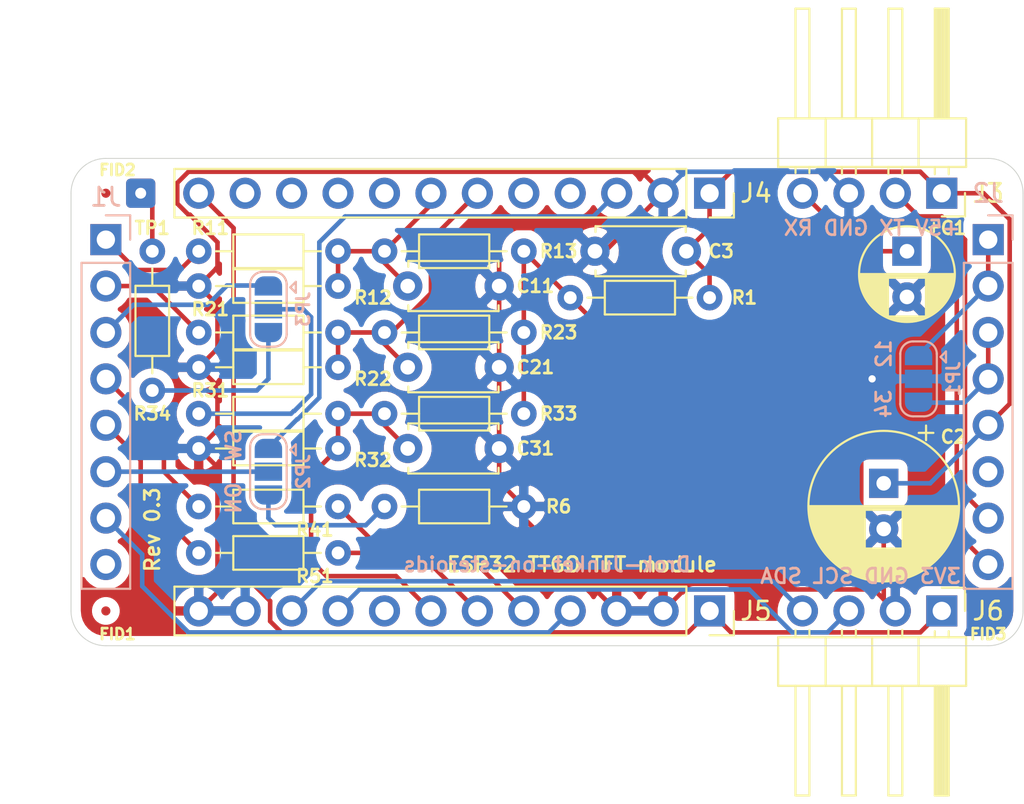
<source format=kicad_pcb>
(kicad_pcb (version 20171130) (host pcbnew "(5.1.6-0-10_14)")
  (title_block (title Drok/Junket-on-steroids) (date 2021-03-19) (rev 0.3))
  (layers (0 F.Cu signal) (31 B.Cu signal) (34 B.Paste user) (35 F.Paste user) (36 B.SilkS user) (37 F.SilkS user) (38 B.Mask user) (39 F.Mask user) (44 Edge.Cuts user))
  (net 0 "")
  (net 1 /ADC_pullup)
  (net 2 VCC)
  (net 3 /ADC4)
  (net 4 /ADC5)
  (net 5 /ADC12)
  (net 6 "Net-(J1-Pad8)")
  (net 7 /Vout_set)
  (net 8 /Iout_set)
  (net 9 /Vin_sense)
  (net 10 /Vout_sense)
  (net 11 /Iout_sense)
  (net 12 /RX)
  (net 13 /TX)
  (net 14 "Net-(J2-Pad6)")
  (net 15 +3V3)
  (net 16 "Net-(J4-Pad11)")
  (net 17 "Net-(J4-Pad10)")
  (net 18 "Net-(J4-Pad9)")
  (net 19 "Net-(J4-Pad8)")
  (net 20 "Net-(J4-Pad5)")
  (net 21 "Net-(J4-Pad4)")
  (net 22 /GPIO15)
  (net 23 /Vin)
  (net 24 GNDD)
  (net 25 /GND)
  (net 26 GNDA)
  (net 27 /FAN)
  (net 28 /!ON)
  (net 29 /GPIO27)
  (net 30 /SDA)
  (net 31 /SCL)
  (net 32 "Net-(J5-Pad8)")
  (net 33 /GPIO13)
  (net 34 "Net-(JP2-Pad3)")
  (net 35 "Net-(JP3-Pad2)")
  (net 36 "Net-(JP3-Pad3)")
  (module Connector_Wire:SolderWire-0.1sqmm_1x01_D0.4mm_OD1mm (layer F.Cu) (at 105.41 65.405)
    (fp_text reference TP1 (at 0.635 1.905) (layer F.SilkS) (effects (font (size 0.7 0.7))))
    (fp_text value Vin_sense)
    (pad 1 thru_hole roundrect (at 0 0) (size 1.6 1.6) (drill 0.6) (layers *.Cu *.Mask) (roundrect_rratio 0.15625) (net 23 /Vin))
  )
  (module Jumper:SolderJumper-3_P1.3mm_Open_RoundedPad1.0x1.5mm (layer B.Cu) (at 112.395 71.755 270)
    (fp_text reference JP3 (at 0 -1.905 270) (layer B.SilkS) (effects (font (size 0.7 0.7)) (justify mirror)))
    (fp_text value Vin_sense)
    (pad 2 smd rect (at 0 0 270) (size 1 1.5) (layers B.Cu B.Mask) (net 35 "Net-(JP3-Pad2)"))
    (pad 3 smd custom (at 1.3 0 270) (size 1 0.5) (layers B.Cu B.Mask) (net 36 "Net-(JP3-Pad3)") (options (clearance outline) (anchor rect)) (primitives (gr_circle (center 0 -0.25) (end 0.5 -0.25) (width 0)) (gr_circle (center 0 0.25) (end 0.5 0.25) (width 0)) (gr_poly (pts (xy -0.55 0.75) (xy 0 0.75) (xy 0 -0.75) (xy -0.55 -0.75)) (width 0))))
    (pad 1 smd custom (at -1.3 0 270) (size 1 0.5) (layers B.Cu B.Mask) (net 9 /Vin_sense) (options (clearance outline) (anchor rect)) (primitives (gr_circle (center 0 -0.25) (end 0.5 -0.25) (width 0)) (gr_circle (center 0 0.25) (end 0.5 0.25) (width 0)) (gr_poly (pts (xy 0.55 0.75) (xy 0 0.75) (xy 0 -0.75) (xy 0.55 -0.75)) (width 0))))
  )
  (module Connector_PinHeader_2.54mm:PinHeader_1x04_P2.54mm_Horizontal (layer F.Cu) (at 141.605 65.405 90)
    (fp_text reference J3 (at 0 10.16) (layer F.SilkS))
    (fp_text value Serial)
    (pad 1 thru_hole rect (at 0 7.62 90) (size 1.7 1.7) (drill 1) (layers *.Cu *.Mask) (net 2 VCC))
    (pad 2 thru_hole oval (at 0 5.08 90) (size 1.7 1.7) (drill 1) (layers *.Cu *.Mask) (net 13 /TX))
    (pad 3 thru_hole oval (at 0 2.54 90) (size 1.7 1.7) (drill 1) (layers *.Cu *.Mask) (net 25 /GND))
    (pad 4 thru_hole oval (at 0 0 90) (size 1.7 1.7) (drill 1) (layers *.Cu *.Mask) (net 12 /RX))
  )
  (module Connector_PinHeader_2.54mm:PinHeader_1x04_P2.54mm_Horizontal (layer F.Cu) (at 149.225 88.265 270)
    (fp_text reference J6 (at 0 -2.54 180) (layer F.SilkS))
    (fp_text value I2C)
    (pad 4 thru_hole oval (at 0 7.62 270) (size 1.7 1.7) (drill 1) (layers *.Cu *.Mask) (net 30 /SDA))
    (pad 3 thru_hole oval (at 0 5.08 270) (size 1.7 1.7) (drill 1) (layers *.Cu *.Mask) (net 31 /SCL))
    (pad 2 thru_hole oval (at 0 2.54 270) (size 1.7 1.7) (drill 1) (layers *.Cu *.Mask) (net 25 /GND))
    (pad 1 thru_hole rect (at 0 0 270) (size 1.7 1.7) (drill 1) (layers *.Cu *.Mask) (net 15 +3V3))
  )
  (module Resistor_THT:R_Axial_DIN0204_L3.6mm_D1.6mm_P7.62mm_Horizontal (layer F.Cu) (at 118.745 82.55)
    (fp_text reference R6 (at 9.525 0) (layer F.SilkS) (effects (font (size 0.7 0.7))))
    (fp_text value 2k2)
    (pad 2 thru_hole oval (at 7.62 0) (size 1.4 1.4) (drill 0.7) (layers *.Cu *.Mask) (net 25 /GND))
    (pad 1 thru_hole circle (at 0 0) (size 1.4 1.4) (drill 0.7) (layers *.Cu *.Mask) (net 34 "Net-(JP2-Pad3)"))
  )
  (module Jumper:SolderJumper-3_P1.3mm_Open_RoundedPad1.0x1.5mm (layer B.Cu) (at 112.395 80.645 270)
    (fp_text reference JP2 (at 0 -1.905 270) (layer B.SilkS) (effects (font (size 0.7 0.7)) (justify mirror)))
    (fp_text value ON/SW)
    (pad 2 smd rect (at 0 0 270) (size 1 1.5) (layers B.Cu B.Mask) (net 28 /!ON))
    (pad 3 smd custom (at 1.3 0 270) (size 1 0.5) (layers B.Cu B.Mask) (net 34 "Net-(JP2-Pad3)") (options (clearance outline) (anchor rect)) (primitives (gr_circle (center 0 -0.25) (end 0.5 -0.25) (width 0)) (gr_circle (center 0 0.25) (end 0.5 0.25) (width 0)) (gr_poly (pts (xy -0.55 0.75) (xy 0 0.75) (xy 0 -0.75) (xy -0.55 -0.75)) (width 0))))
    (pad 1 smd custom (at -1.3 0 270) (size 1 0.5) (layers B.Cu B.Mask) (net 29 /GPIO27) (options (clearance outline) (anchor rect)) (primitives (gr_circle (center 0 -0.25) (end 0.5 -0.25) (width 0)) (gr_circle (center 0 0.25) (end 0.5 0.25) (width 0)) (gr_poly (pts (xy 0.55 0.75) (xy 0 0.75) (xy 0 -0.75) (xy 0.55 -0.75)) (width 0))))
  )
  (module Fiducial:Fiducial_0.5mm_Mask1mm (layer F.Cu) (at 151.765 88.265)
    (fp_text reference FID3 (at 0 1.27) (layer F.SilkS) (effects (font (size 0.6 0.6))))
    (fp_text value Fiducial)
    (pad "" smd circle (at 0 0) (size 0.5 0.5) (layers F.Cu F.Mask) (clearance 0.25))
  )
  (module Fiducial:Fiducial_0.5mm_Mask1mm (layer F.Cu) (at 103.505 65.405)
    (fp_text reference FID2 (at 0.635 -1.27) (layer F.SilkS) (effects (font (size 0.6 0.6))))
    (fp_text value Fiducial)
    (pad "" smd circle (at 0 0) (size 0.5 0.5) (layers F.Cu F.Mask) (clearance 0.25))
  )
  (module Fiducial:Fiducial_0.5mm_Mask1mm (layer F.Cu) (at 103.505 88.265)
    (fp_text reference FID1 (at 0.635 1.27) (layer F.SilkS) (effects (font (size 0.6 0.6))))
    (fp_text value Fiducial)
    (pad "" smd circle (at 0 0) (size 0.5 0.5) (layers F.Cu F.Mask) (clearance 0.25))
  )
  (module Jumper:SolderJumper-3_P1.3mm_Open_RoundedPad1.0x1.5mm (layer B.Cu) (at 147.955 75.565 270)
    (fp_text reference JP1 (at 0 -1.905 90) (layer B.SilkS) (effects (font (size 0.7 0.7)) (justify mirror)))
    (fp_text value GND/D)
    (pad 2 smd rect (at 0 0 270) (size 1 1.5) (layers B.Cu B.Mask) (net 25 /GND))
    (pad 3 smd custom (at 1.3 0 270) (size 1 0.5) (layers B.Cu B.Mask) (net 24 GNDD) (options (clearance outline) (anchor rect)) (primitives (gr_circle (center 0 -0.25) (end 0.5 -0.25) (width 0)) (gr_circle (center 0 0.25) (end 0.5 0.25) (width 0)) (gr_poly (pts (xy -0.55 0.75) (xy 0 0.75) (xy 0 -0.75) (xy -0.55 -0.75)) (width 0))))
    (pad 1 smd custom (at -1.3 0 270) (size 1 0.5) (layers B.Cu B.Mask) (net 26 GNDA) (options (clearance outline) (anchor rect)) (primitives (gr_circle (center 0 -0.25) (end 0.5 -0.25) (width 0)) (gr_circle (center 0 0.25) (end 0.5 0.25) (width 0)) (gr_poly (pts (xy 0.55 0.75) (xy 0 0.75) (xy 0 -0.75) (xy 0.55 -0.75)) (width 0))))
  )
  (module Capacitor_THT:C_Disc_D4.7mm_W2.5mm_P5.00mm (layer F.Cu) (at 120.015 79.375)
    (fp_text reference C31 (at 6.985 0) (layer F.SilkS) (effects (font (size 0.7 0.7))))
    (fp_text value 0.1µ)
    (pad 2 thru_hole circle (at 5 0) (size 1.6 1.6) (drill 0.8) (layers *.Cu *.Mask) (net 25 /GND))
    (pad 1 thru_hole circle (at 0 0) (size 1.6 1.6) (drill 0.8) (layers *.Cu *.Mask) (net 5 /ADC12))
  )
  (module Capacitor_THT:C_Disc_D4.7mm_W2.5mm_P5.00mm (layer F.Cu) (at 120.015 74.93)
    (fp_text reference C21 (at 6.985 0) (layer F.SilkS) (effects (font (size 0.7 0.7))))
    (fp_text value 0.1µ)
    (pad 2 thru_hole circle (at 5 0) (size 1.6 1.6) (drill 0.8) (layers *.Cu *.Mask) (net 25 /GND))
    (pad 1 thru_hole circle (at 0 0) (size 1.6 1.6) (drill 0.8) (layers *.Cu *.Mask) (net 4 /ADC5))
  )
  (module Capacitor_THT:C_Disc_D4.7mm_W2.5mm_P5.00mm (layer F.Cu) (at 120.015 70.485)
    (fp_text reference C11 (at 6.985 0) (layer F.SilkS) (effects (font (size 0.7 0.7))))
    (fp_text value 0.1µ)
    (pad 2 thru_hole circle (at 5 0) (size 1.6 1.6) (drill 0.8) (layers *.Cu *.Mask) (net 25 /GND))
    (pad 1 thru_hole circle (at 0 0) (size 1.6 1.6) (drill 0.8) (layers *.Cu *.Mask) (net 3 /ADC4))
  )
  (module Capacitor_THT:C_Disc_D4.7mm_W2.5mm_P5.00mm (layer F.Cu) (at 135.255 68.58 180)
    (fp_text reference C3 (at -1.905 0) (layer F.SilkS) (effects (font (size 0.7 0.7))))
    (fp_text value 0.1µ)
    (pad 2 thru_hole circle (at 5 0 180) (size 1.6 1.6) (drill 0.8) (layers *.Cu *.Mask) (net 25 /GND))
    (pad 1 thru_hole circle (at 0 0 180) (size 1.6 1.6) (drill 0.8) (layers *.Cu *.Mask) (net 2 VCC))
  )
  (module Resistor_THT:R_Axial_DIN0204_L3.6mm_D1.6mm_P7.62mm_Horizontal (layer F.Cu) (at 108.585 85.09)
    (fp_text reference R51 (at 6.35 1.27) (layer F.SilkS) (effects (font (size 0.7 0.7))))
    (fp_text value 68k)
    (pad 2 thru_hole oval (at 7.62 0) (size 1.4 1.4) (drill 0.7) (layers *.Cu *.Mask) (net 22 /GPIO15))
    (pad 1 thru_hole circle (at 0 0) (size 1.4 1.4) (drill 0.7) (layers *.Cu *.Mask) (net 7 /Vout_set))
  )
  (module Resistor_THT:R_Axial_DIN0204_L3.6mm_D1.6mm_P7.62mm_Horizontal (layer F.Cu) (at 108.585 82.55)
    (fp_text reference R41 (at 6.35 1.27 180) (layer F.SilkS) (effects (font (size 0.7 0.7))))
    (fp_text value 68k)
    (pad 2 thru_hole oval (at 7.62 0) (size 1.4 1.4) (drill 0.7) (layers *.Cu *.Mask) (net 33 /GPIO13))
    (pad 1 thru_hole circle (at 0 0) (size 1.4 1.4) (drill 0.7) (layers *.Cu *.Mask) (net 8 /Iout_set))
  )
  (module Resistor_THT:R_Axial_DIN0204_L3.6mm_D1.6mm_P7.62mm_Horizontal (layer F.Cu) (at 126.365 77.47 180)
    (fp_text reference R33 (at -1.905 0) (layer F.SilkS) (effects (font (size 0.7 0.7))))
    (fp_text value 5M6)
    (pad 2 thru_hole oval (at 7.62 0 180) (size 1.4 1.4) (drill 0.7) (layers *.Cu *.Mask) (net 5 /ADC12))
    (pad 1 thru_hole circle (at 0 0 180) (size 1.4 1.4) (drill 0.7) (layers *.Cu *.Mask) (net 1 /ADC_pullup))
  )
  (module Resistor_THT:R_Axial_DIN0204_L3.6mm_D1.6mm_P7.62mm_Horizontal (layer F.Cu) (at 116.205 79.375 180)
    (fp_text reference R32 (at -1.905 -0.635) (layer F.SilkS) (effects (font (size 0.7 0.7))))
    (fp_text value 100k)
    (pad 2 thru_hole oval (at 7.62 0 180) (size 1.4 1.4) (drill 0.7) (layers *.Cu *.Mask) (net 25 /GND))
    (pad 1 thru_hole circle (at 0 0 180) (size 1.4 1.4) (drill 0.7) (layers *.Cu *.Mask) (net 5 /ADC12))
  )
  (module Resistor_THT:R_Axial_DIN0204_L3.6mm_D1.6mm_P7.62mm_Horizontal (layer F.Cu) (at 116.205 77.47 180)
    (fp_text reference R31 (at 6.985 1.27) (layer F.SilkS) (effects (font (size 0.7 0.7))))
    (fp_text value 180k)
    (pad 2 thru_hole oval (at 7.62 0 180) (size 1.4 1.4) (drill 0.7) (layers *.Cu *.Mask) (net 35 "Net-(JP3-Pad2)"))
    (pad 1 thru_hole circle (at 0 0 180) (size 1.4 1.4) (drill 0.7) (layers *.Cu *.Mask) (net 5 /ADC12))
  )
  (module Resistor_THT:R_Axial_DIN0204_L3.6mm_D1.6mm_P7.62mm_Horizontal (layer F.Cu) (at 126.365 73.025 180)
    (fp_text reference R23 (at -1.905 0) (layer F.SilkS) (effects (font (size 0.7 0.7))))
    (fp_text value 5M6)
    (pad 2 thru_hole oval (at 7.62 0 180) (size 1.4 1.4) (drill 0.7) (layers *.Cu *.Mask) (net 4 /ADC5))
    (pad 1 thru_hole circle (at 0 0 180) (size 1.4 1.4) (drill 0.7) (layers *.Cu *.Mask) (net 1 /ADC_pullup))
  )
  (module Resistor_THT:R_Axial_DIN0204_L3.6mm_D1.6mm_P7.62mm_Horizontal (layer F.Cu) (at 116.205 74.93 180)
    (fp_text reference R22 (at -1.905 -0.635) (layer F.SilkS) (effects (font (size 0.7 0.7))))
    (fp_text value 100k)
    (pad 2 thru_hole oval (at 7.62 0 180) (size 1.4 1.4) (drill 0.7) (layers *.Cu *.Mask) (net 25 /GND))
    (pad 1 thru_hole circle (at 0 0 180) (size 1.4 1.4) (drill 0.7) (layers *.Cu *.Mask) (net 4 /ADC5))
  )
  (module Resistor_THT:R_Axial_DIN0204_L3.6mm_D1.6mm_P7.62mm_Horizontal (layer F.Cu) (at 116.205 73.025 180)
    (fp_text reference R21 (at 6.985 1.27) (layer F.SilkS) (effects (font (size 0.7 0.7))))
    (fp_text value 180k)
    (pad 2 thru_hole oval (at 7.62 0 180) (size 1.4 1.4) (drill 0.7) (layers *.Cu *.Mask) (net 10 /Vout_sense))
    (pad 1 thru_hole circle (at 0 0 180) (size 1.4 1.4) (drill 0.7) (layers *.Cu *.Mask) (net 4 /ADC5))
  )
  (module Resistor_THT:R_Axial_DIN0204_L3.6mm_D1.6mm_P7.62mm_Horizontal (layer F.Cu) (at 126.365 68.58 180)
    (fp_text reference R13 (at -1.905 0) (layer F.SilkS) (effects (font (size 0.7 0.7))))
    (fp_text value 5M6)
    (pad 2 thru_hole oval (at 7.62 0 180) (size 1.4 1.4) (drill 0.7) (layers *.Cu *.Mask) (net 3 /ADC4))
    (pad 1 thru_hole circle (at 0 0 180) (size 1.4 1.4) (drill 0.7) (layers *.Cu *.Mask) (net 1 /ADC_pullup))
  )
  (module Resistor_THT:R_Axial_DIN0204_L3.6mm_D1.6mm_P7.62mm_Horizontal (layer F.Cu) (at 116.205 70.485 180)
    (fp_text reference R12 (at -1.905 -0.635) (layer F.SilkS) (effects (font (size 0.7 0.7))))
    (fp_text value 100k)
    (pad 2 thru_hole oval (at 7.62 0 180) (size 1.4 1.4) (drill 0.7) (layers *.Cu *.Mask) (net 25 /GND))
    (pad 1 thru_hole circle (at 0 0 180) (size 1.4 1.4) (drill 0.7) (layers *.Cu *.Mask) (net 3 /ADC4))
  )
  (module Resistor_THT:R_Axial_DIN0204_L3.6mm_D1.6mm_P7.62mm_Horizontal (layer F.Cu) (at 116.205 68.58 180)
    (fp_text reference R11 (at 6.985 1.27) (layer F.SilkS) (effects (font (size 0.7 0.7))))
    (fp_text value 180k)
    (pad 2 thru_hole oval (at 7.62 0 180) (size 1.4 1.4) (drill 0.7) (layers *.Cu *.Mask) (net 11 /Iout_sense))
    (pad 1 thru_hole circle (at 0 0 180) (size 1.4 1.4) (drill 0.7) (layers *.Cu *.Mask) (net 3 /ADC4))
  )
  (module Resistor_THT:R_Axial_DIN0204_L3.6mm_D1.6mm_P7.62mm_Horizontal (layer F.Cu) (at 106.045 68.58 270)
    (fp_text reference R34 (at 8.89 0 180) (layer F.SilkS) (effects (font (size 0.7 0.7))))
    (fp_text value 3M8)
    (pad 2 thru_hole oval (at 7.62 0 270) (size 1.4 1.4) (drill 0.7) (layers *.Cu *.Mask) (net 36 "Net-(JP3-Pad3)"))
    (pad 1 thru_hole circle (at 0 0 270) (size 1.4 1.4) (drill 0.7) (layers *.Cu *.Mask) (net 23 /Vin))
  )
  (module Resistor_THT:R_Axial_DIN0204_L3.6mm_D1.6mm_P7.62mm_Horizontal (layer F.Cu) (at 136.525 71.12 180)
    (fp_text reference R1 (at -1.905 0) (layer F.SilkS) (effects (font (size 0.7 0.7))))
    (fp_text value 560Ω)
    (pad 2 thru_hole oval (at 7.62 0 180) (size 1.4 1.4) (drill 0.7) (layers *.Cu *.Mask) (net 1 /ADC_pullup))
    (pad 1 thru_hole circle (at 0 0 180) (size 1.4 1.4) (drill 0.7) (layers *.Cu *.Mask) (net 2 VCC))
  )
  (module Connector_PinSocket_2.54mm:PinSocket_1x12_P2.54mm_Vertical (layer F.Cu) (at 136.525 88.265 270)
    (fp_text reference J5 (at 0 -2.54 180) (layer F.SilkS))
    (fp_text value ESP32-TFT)
    (pad 12 thru_hole oval (at 0 27.94 270) (size 1.7 1.7) (drill 1) (layers *.Cu *.Mask) (net 25 /GND))
    (pad 11 thru_hole oval (at 0 25.4 270) (size 1.7 1.7) (drill 1) (layers *.Cu *.Mask) (net 25 /GND))
    (pad 10 thru_hole oval (at 0 22.86 270) (size 1.7 1.7) (drill 1) (layers *.Cu *.Mask) (net 30 /SDA))
    (pad 9 thru_hole oval (at 0 20.32 270) (size 1.7 1.7) (drill 1) (layers *.Cu *.Mask) (net 31 /SCL))
    (pad 8 thru_hole oval (at 0 17.78 270) (size 1.7 1.7) (drill 1) (layers *.Cu *.Mask) (net 32 "Net-(J5-Pad8)"))
    (pad 7 thru_hole oval (at 0 15.24 270) (size 1.7 1.7) (drill 1) (layers *.Cu *.Mask) (net 5 /ADC12))
    (pad 6 thru_hole oval (at 0 12.7 270) (size 1.7 1.7) (drill 1) (layers *.Cu *.Mask) (net 22 /GPIO15))
    (pad 5 thru_hole oval (at 0 10.16 270) (size 1.7 1.7) (drill 1) (layers *.Cu *.Mask) (net 33 /GPIO13))
    (pad 4 thru_hole oval (at 0 7.62 270) (size 1.7 1.7) (drill 1) (layers *.Cu *.Mask) (net 27 /FAN))
    (pad 3 thru_hole oval (at 0 5.08 270) (size 1.7 1.7) (drill 1) (layers *.Cu *.Mask) (net 25 /GND))
    (pad 2 thru_hole oval (at 0 2.54 270) (size 1.7 1.7) (drill 1) (layers *.Cu *.Mask) (net 25 /GND))
    (pad 1 thru_hole rect (at 0 0 270) (size 1.7 1.7) (drill 1) (layers *.Cu *.Mask) (net 15 +3V3))
  )
  (module Connector_PinSocket_2.54mm:PinSocket_1x12_P2.54mm_Vertical (layer F.Cu) (at 136.525 65.405 270)
    (fp_text reference J4 (at 0 -2.54 180) (layer F.SilkS))
    (fp_text value ESP32-TFT)
    (pad 12 thru_hole oval (at 0 27.94 270) (size 1.7 1.7) (drill 1) (layers *.Cu *.Mask) (net 15 +3V3))
    (pad 11 thru_hole oval (at 0 25.4 270) (size 1.7 1.7) (drill 1) (layers *.Cu *.Mask) (net 16 "Net-(J4-Pad11)"))
    (pad 10 thru_hole oval (at 0 22.86 270) (size 1.7 1.7) (drill 1) (layers *.Cu *.Mask) (net 17 "Net-(J4-Pad10)"))
    (pad 9 thru_hole oval (at 0 20.32 270) (size 1.7 1.7) (drill 1) (layers *.Cu *.Mask) (net 18 "Net-(J4-Pad9)"))
    (pad 8 thru_hole oval (at 0 17.78 270) (size 1.7 1.7) (drill 1) (layers *.Cu *.Mask) (net 19 "Net-(J4-Pad8)"))
    (pad 7 thru_hole oval (at 0 15.24 270) (size 1.7 1.7) (drill 1) (layers *.Cu *.Mask) (net 3 /ADC4))
    (pad 6 thru_hole oval (at 0 12.7 270) (size 1.7 1.7) (drill 1) (layers *.Cu *.Mask) (net 4 /ADC5))
    (pad 5 thru_hole oval (at 0 10.16 270) (size 1.7 1.7) (drill 1) (layers *.Cu *.Mask) (net 20 "Net-(J4-Pad5)"))
    (pad 4 thru_hole oval (at 0 7.62 270) (size 1.7 1.7) (drill 1) (layers *.Cu *.Mask) (net 21 "Net-(J4-Pad4)"))
    (pad 3 thru_hole oval (at 0 5.08 270) (size 1.7 1.7) (drill 1) (layers *.Cu *.Mask) (net 29 /GPIO27))
    (pad 2 thru_hole oval (at 0 2.54 270) (size 1.7 1.7) (drill 1) (layers *.Cu *.Mask) (net 25 /GND))
    (pad 1 thru_hole rect (at 0 0 270) (size 1.7 1.7) (drill 1) (layers *.Cu *.Mask) (net 2 VCC))
  )
  (module Connector_PinHeader_2.54mm:PinHeader_1x08_P2.54mm_Vertical (layer B.Cu) (at 151.765 67.945 180)
    (fp_text reference J2 (at 0 2.54) (layer B.SilkS) (effects (justify mirror)))
    (fp_text value "To PSU host board")
    (pad 8 thru_hole oval (at 0 -17.78 180) (size 1.7 1.7) (drill 1) (layers *.Cu *.Mask) (net 12 /RX))
    (pad 7 thru_hole oval (at 0 -15.24 180) (size 1.7 1.7) (drill 1) (layers *.Cu *.Mask) (net 13 /TX))
    (pad 6 thru_hole oval (at 0 -12.7 180) (size 1.7 1.7) (drill 1) (layers *.Cu *.Mask) (net 14 "Net-(J2-Pad6)"))
    (pad 5 thru_hole oval (at 0 -10.16 180) (size 1.7 1.7) (drill 1) (layers *.Cu *.Mask) (net 2 VCC))
    (pad 4 thru_hole oval (at 0 -7.62 180) (size 1.7 1.7) (drill 1) (layers *.Cu *.Mask) (net 24 GNDD))
    (pad 3 thru_hole oval (at 0 -5.08 180) (size 1.7 1.7) (drill 1) (layers *.Cu *.Mask) (net 24 GNDD))
    (pad 2 thru_hole oval (at 0 -2.54 180) (size 1.7 1.7) (drill 1) (layers *.Cu *.Mask) (net 26 GNDA))
    (pad 1 thru_hole rect (at 0 0 180) (size 1.7 1.7) (drill 1) (layers *.Cu *.Mask) (net 26 GNDA))
  )
  (module Connector_PinHeader_2.54mm:PinHeader_1x08_P2.54mm_Vertical (layer B.Cu) (at 103.505 67.945 180)
    (fp_text reference J1 (at 0 2.33) (layer B.SilkS) (effects (justify mirror)))
    (fp_text value "To PSU host board")
    (pad 8 thru_hole oval (at 0 -17.78 180) (size 1.7 1.7) (drill 1) (layers *.Cu *.Mask) (net 6 "Net-(J1-Pad8)"))
    (pad 7 thru_hole oval (at 0 -15.24 180) (size 1.7 1.7) (drill 1) (layers *.Cu *.Mask) (net 27 /FAN))
    (pad 6 thru_hole oval (at 0 -12.7 180) (size 1.7 1.7) (drill 1) (layers *.Cu *.Mask) (net 28 /!ON))
    (pad 5 thru_hole oval (at 0 -10.16 180) (size 1.7 1.7) (drill 1) (layers *.Cu *.Mask) (net 7 /Vout_set))
    (pad 4 thru_hole oval (at 0 -7.62 180) (size 1.7 1.7) (drill 1) (layers *.Cu *.Mask) (net 8 /Iout_set))
    (pad 3 thru_hole oval (at 0 -5.08 180) (size 1.7 1.7) (drill 1) (layers *.Cu *.Mask) (net 9 /Vin_sense))
    (pad 2 thru_hole oval (at 0 -2.54 180) (size 1.7 1.7) (drill 1) (layers *.Cu *.Mask) (net 10 /Vout_sense))
    (pad 1 thru_hole rect (at 0 0 180) (size 1.7 1.7) (drill 1) (layers *.Cu *.Mask) (net 11 /Iout_sense))
  )
  (module Capacitor_THT:CP_Radial_D8.0mm_P2.50mm (layer F.Cu) (at 146.05 81.28 270)
    (fp_text reference C2 (at -2.54 -3.81 180) (layer F.SilkS) (effects (font (size 0.7 0.7))))
    (fp_text value 300µ)
    (pad 2 thru_hole circle (at 2.5 0 270) (size 1.6 1.6) (drill 0.8) (layers *.Cu *.Mask) (net 25 /GND))
    (pad 1 thru_hole rect (at 0 0 270) (size 1.6 1.6) (drill 0.8) (layers *.Cu *.Mask) (net 2 VCC))
  )
  (module Capacitor_THT:CP_Radial_D5.0mm_P2.50mm (layer F.Cu) (at 147.32 68.58 270)
    (fp_text reference C1 (at -1.27 -2.54 180) (layer F.SilkS) (effects (font (size 0.7 0.7))))
    (fp_text value 47µ)
    (pad 2 thru_hole circle (at 2.5 0 270) (size 1.6 1.6) (drill 0.8) (layers *.Cu *.Mask) (net 25 /GND))
    (pad 1 thru_hole rect (at 0 0 270) (size 1.6 1.6) (drill 0.8) (layers *.Cu *.Mask) (net 1 /ADC_pullup))
  )
  (gr_text "12  34" (at 146.05 75.565 90) (layer B.SilkS) (effects (font (size 0.8 0.8)) (justify mirror)))
  (gr_text "SW  ON" (at 110.49 80.645 90) (layer B.SilkS) (effects (font (size 0.8 0.8)) (justify mirror)))
  (gr_text "3V3 GND SCL SDA" (at 144.78 86.36) (layer B.SilkS) (effects (font (size 0.8 0.8)) (justify mirror)))
  (gr_text "+5V TX GND RX" (at 145.415 67.31) (layer B.SilkS) (effects (font (size 0.8 0.8)) (justify mirror)))
  (gr_text "ESP32 TTGO TFT module" (at 129.54 85.725) (layer F.SilkS) (effects (font (size 0.8 0.8))))
  (gr_text Drok-Junket-on-steroids (at 127.635 85.725) (layer B.SilkS) (effects (font (size 0.8 0.8)) (justify mirror)))
  (gr_text "Rev 0.3" (at 106.045 83.82 90) (layer F.SilkS) (effects (font (size 0.8 0.8))))
  (gr_arc (start 103.505 65.405) (end 103.505 63.5) (angle -90) (layer Edge.Cuts) (width 0.05))
  (gr_arc (start 103.505 88.265) (end 101.6 88.265) (angle -90) (layer Edge.Cuts) (width 0.05))
  (gr_arc (start 151.765 88.265) (end 151.765 90.17) (angle -90) (layer Edge.Cuts) (width 0.05))
  (gr_arc (start 151.765 65.405) (end 153.67 65.405) (angle -90) (layer Edge.Cuts) (width 0.05))
  (gr_line (start 153.67 88.265) (end 153.67 65.405) (layer Edge.Cuts) (width 0.05))
  (gr_line (start 103.505 90.17) (end 151.765 90.17) (layer Edge.Cuts) (width 0.05))
  (gr_line (start 101.6 65.405) (end 101.6 88.265) (layer Edge.Cuts) (width 0.05))
  (gr_line (start 151.765 63.5) (end 103.505 63.5) (layer Edge.Cuts) (width 0.05))
  (segment (start 126.365 73.025) (end 126.365 77.47) (width 0.25) (layer F.Cu) (net 1))
  (segment (start 126.365 73.025) (end 126.365 68.58) (width 0.25) (layer F.Cu) (net 1))
  (segment (start 128.905 71.12) (end 126.365 68.58) (width 0.25) (layer F.Cu) (net 1))
  (segment (start 130.380011 72.595011) (end 138.224989 72.595011) (width 0.25) (layer F.Cu) (net 1))
  (segment (start 128.905 71.12) (end 130.380011 72.595011) (width 0.25) (layer F.Cu) (net 1))
  (segment (start 138.224989 72.595011) (end 142.24 68.58) (width 0.25) (layer F.Cu) (net 1))
  (segment (start 142.24 68.58) (end 147.32 68.58) (width 0.25) (layer F.Cu) (net 1))
  (segment (start 152.940001 66.834999) (end 152.940001 76.929999) (width 0.25) (layer F.Cu) (net 2))
  (segment (start 151.510002 65.405) (end 152.940001 66.834999) (width 0.25) (layer F.Cu) (net 2))
  (segment (start 152.940001 76.929999) (end 151.765 78.105) (width 0.25) (layer F.Cu) (net 2))
  (segment (start 149.225 65.405) (end 151.510002 65.405) (width 0.25) (layer F.Cu) (net 2))
  (segment (start 137.700001 64.229999) (end 136.525 65.405) (width 0.25) (layer F.Cu) (net 2))
  (segment (start 148.049999 64.229999) (end 137.700001 64.229999) (width 0.25) (layer F.Cu) (net 2))
  (segment (start 149.225 65.405) (end 148.049999 64.229999) (width 0.25) (layer F.Cu) (net 2))
  (segment (start 136.525 67.31) (end 135.255 68.58) (width 0.25) (layer F.Cu) (net 2))
  (segment (start 136.525 65.405) (end 136.525 67.31) (width 0.25) (layer F.Cu) (net 2))
  (segment (start 136.525 69.85) (end 135.255 68.58) (width 0.25) (layer F.Cu) (net 2))
  (segment (start 136.525 71.12) (end 136.525 69.85) (width 0.25) (layer F.Cu) (net 2))
  (segment (start 148.59 81.28) (end 151.765 78.105) (width 0.25) (layer B.Cu) (net 2))
  (segment (start 146.05 81.28) (end 148.59 81.28) (width 0.25) (layer B.Cu) (net 2))
  (segment (start 118.745 68.58) (end 116.205 68.58) (width 0.25) (layer F.Cu) (net 3))
  (segment (start 118.745 69.215) (end 120.015 70.485) (width 0.25) (layer F.Cu) (net 3))
  (segment (start 118.745 68.58) (end 118.745 69.215) (width 0.25) (layer F.Cu) (net 3))
  (segment (start 121.285 66.04) (end 121.285 65.405) (width 0.25) (layer F.Cu) (net 3))
  (segment (start 118.745 68.58) (end 121.285 66.04) (width 0.25) (layer F.Cu) (net 3))
  (segment (start 116.205 68.58) (end 116.205 70.485) (width 0.25) (layer F.Cu) (net 3))
  (segment (start 118.745 73.025) (end 116.205 73.025) (width 0.25) (layer F.Cu) (net 4))
  (segment (start 118.745 73.66) (end 120.015 74.93) (width 0.25) (layer F.Cu) (net 4))
  (segment (start 118.745 73.025) (end 118.745 73.66) (width 0.25) (layer F.Cu) (net 4))
  (segment (start 116.205 73.025) (end 116.205 74.93) (width 0.25) (layer F.Cu) (net 4))
  (segment (start 121.285 70.880002) (end 119.140002 73.025) (width 0.25) (layer F.Cu) (net 4))
  (segment (start 119.140002 73.025) (end 118.745 73.025) (width 0.25) (layer F.Cu) (net 4))
  (segment (start 121.285 67.945) (end 121.285 70.880002) (width 0.25) (layer F.Cu) (net 4))
  (segment (start 123.825 65.405) (end 121.285 67.945) (width 0.25) (layer F.Cu) (net 4))
  (segment (start 118.745 77.47) (end 116.205 77.47) (width 0.25) (layer F.Cu) (net 5))
  (segment (start 118.745 78.105) (end 120.015 79.375) (width 0.25) (layer F.Cu) (net 5))
  (segment (start 118.745 77.47) (end 118.745 78.105) (width 0.25) (layer F.Cu) (net 5))
  (segment (start 116.205 77.47) (end 116.205 79.375) (width 0.25) (layer F.Cu) (net 5))
  (segment (start 119.38 86.36) (end 121.285 88.265) (width 0.25) (layer F.Cu) (net 5))
  (segment (start 115.57 86.36) (end 119.38 86.36) (width 0.25) (layer F.Cu) (net 5))
  (segment (start 114.729989 85.519989) (end 115.57 86.36) (width 0.25) (layer F.Cu) (net 5))
  (segment (start 114.729989 80.850011) (end 114.729989 85.519989) (width 0.25) (layer F.Cu) (net 5))
  (segment (start 116.205 79.375) (end 114.729989 80.850011) (width 0.25) (layer F.Cu) (net 5))
  (segment (start 108.585 85.09) (end 105.41 81.915) (width 0.25) (layer F.Cu) (net 7))
  (segment (start 105.41 81.915) (end 105.41 80.01) (width 0.25) (layer F.Cu) (net 7))
  (segment (start 105.41 80.01) (end 103.505 78.105) (width 0.25) (layer F.Cu) (net 7))
  (segment (start 106.68 78.74) (end 103.505 75.565) (width 0.25) (layer F.Cu) (net 8))
  (segment (start 106.68 80.645) (end 106.68 78.74) (width 0.25) (layer F.Cu) (net 8))
  (segment (start 108.585 82.55) (end 106.68 80.645) (width 0.25) (layer F.Cu) (net 8))
  (segment (start 109.077001 71.510001) (end 105.019999 71.510001) (width 0.25) (layer B.Cu) (net 9))
  (segment (start 105.019999 71.510001) (end 103.505 73.025) (width 0.25) (layer B.Cu) (net 9))
  (segment (start 110.132002 70.455) (end 109.661001 70.926001) (width 0.25) (layer B.Cu) (net 9))
  (segment (start 112.395 70.455) (end 110.132002 70.455) (width 0.25) (layer B.Cu) (net 9))
  (segment (start 109.661001 70.926001) (end 109.077001 71.510001) (width 0.25) (layer B.Cu) (net 9))
  (segment (start 109.855 70.732002) (end 109.661001 70.926001) (width 0.25) (layer B.Cu) (net 9))
  (segment (start 106.045 70.485) (end 103.505 70.485) (width 0.25) (layer F.Cu) (net 10))
  (segment (start 108.585 73.025) (end 106.045 70.485) (width 0.25) (layer F.Cu) (net 10))
  (segment (start 104.14 68.58) (end 103.505 67.945) (width 0.25) (layer F.Cu) (net 11))
  (segment (start 107.559999 69.605001) (end 108.585 68.58) (width 0.25) (layer F.Cu) (net 11))
  (segment (start 105.165001 69.605001) (end 107.559999 69.605001) (width 0.25) (layer F.Cu) (net 11))
  (segment (start 103.505 67.945) (end 105.165001 69.605001) (width 0.25) (layer F.Cu) (net 11))
  (segment (start 150.04499 68.76499) (end 150.04499 84.00499) (width 0.25) (layer F.Cu) (net 12))
  (segment (start 148.40501 67.12501) (end 150.04499 68.76499) (width 0.25) (layer F.Cu) (net 12))
  (segment (start 143.32501 67.12501) (end 148.40501 67.12501) (width 0.25) (layer F.Cu) (net 12))
  (segment (start 150.04499 84.00499) (end 151.765 85.725) (width 0.25) (layer F.Cu) (net 12))
  (segment (start 141.605 65.405) (end 143.32501 67.12501) (width 0.25) (layer F.Cu) (net 12))
  (segment (start 146.685 65.405) (end 147.955 66.675) (width 0.25) (layer F.Cu) (net 13))
  (segment (start 147.955 66.675) (end 149.225 66.675) (width 0.25) (layer F.Cu) (net 13))
  (segment (start 149.225 66.675) (end 150.495 67.945) (width 0.25) (layer F.Cu) (net 13))
  (segment (start 150.495 81.915) (end 151.765 83.185) (width 0.25) (layer F.Cu) (net 13))
  (segment (start 150.495 67.945) (end 150.495 81.915) (width 0.25) (layer F.Cu) (net 13))
  (segment (start 135.349999 89.440001) (end 136.525 88.265) (width 0.25) (layer F.Cu) (net 15))
  (segment (start 113.100999 89.440001) (end 135.349999 89.440001) (width 0.25) (layer F.Cu) (net 15))
  (segment (start 148.049999 89.440001) (end 149.225 88.265) (width 0.25) (layer F.Cu) (net 15))
  (segment (start 137.700001 89.440001) (end 148.049999 89.440001) (width 0.25) (layer F.Cu) (net 15))
  (segment (start 136.525 88.265) (end 137.700001 89.440001) (width 0.25) (layer F.Cu) (net 15))
  (segment (start 110.49 67.31) (end 110.49 85.725) (width 0.25) (layer F.Cu) (net 15))
  (segment (start 108.585 65.405) (end 110.49 67.31) (width 0.25) (layer F.Cu) (net 15))
  (segment (start 112.489999 88.829001) (end 113.100999 89.440001) (width 0.25) (layer F.Cu) (net 15))
  (segment (start 112.489999 87.724999) (end 112.489999 88.829001) (width 0.25) (layer F.Cu) (net 15))
  (segment (start 110.49 85.725) (end 112.489999 87.724999) (width 0.25) (layer F.Cu) (net 15))
  (segment (start 120.65 85.09) (end 123.825 88.265) (width 0.25) (layer F.Cu) (net 22))
  (segment (start 116.205 85.09) (end 120.65 85.09) (width 0.25) (layer F.Cu) (net 22))
  (segment (start 106.045 66.04) (end 105.41 65.405) (width 0.25) (layer F.Cu) (net 23))
  (segment (start 106.045 68.58) (end 106.045 66.04) (width 0.25) (layer F.Cu) (net 23))
  (segment (start 151.765 75.565) (end 151.765 73.025) (width 0.25) (layer F.Cu) (net 24))
  (segment (start 150.465 76.865) (end 151.765 75.565) (width 0.25) (layer B.Cu) (net 24))
  (segment (start 147.955 76.865) (end 150.465 76.865) (width 0.25) (layer B.Cu) (net 24))
  (segment (start 131.445 88.265) (end 133.985 88.265) (width 0.25) (layer F.Cu) (net 25))
  (segment (start 108.585 88.265) (end 111.125 88.265) (width 0.25) (layer F.Cu) (net 25))
  (segment (start 109.610001 73.904999) (end 108.585 74.93) (width 0.25) (layer F.Cu) (net 25))
  (segment (start 109.610001 71.510001) (end 109.610001 73.904999) (width 0.25) (layer F.Cu) (net 25))
  (segment (start 108.585 70.485) (end 109.610001 71.510001) (width 0.25) (layer F.Cu) (net 25))
  (segment (start 109.610001 75.955001) (end 109.610001 78.349999) (width 0.25) (layer F.Cu) (net 25))
  (segment (start 109.610001 78.349999) (end 108.585 79.375) (width 0.25) (layer F.Cu) (net 25))
  (segment (start 108.585 74.93) (end 109.610001 75.955001) (width 0.25) (layer F.Cu) (net 25))
  (segment (start 109.610001 87.239999) (end 108.585 88.265) (width 0.25) (layer F.Cu) (net 25))
  (segment (start 109.610001 80.400001) (end 109.610001 87.239999) (width 0.25) (layer F.Cu) (net 25))
  (segment (start 108.585 79.375) (end 109.610001 80.400001) (width 0.25) (layer F.Cu) (net 25))
  (segment (start 125.015 70.485) (end 125.015 74.93) (width 0.25) (layer F.Cu) (net 25))
  (segment (start 125.015 74.93) (end 125.015 79.375) (width 0.25) (layer F.Cu) (net 25))
  (segment (start 132.809999 64.229999) (end 133.985 65.405) (width 0.25) (layer F.Cu) (net 25))
  (segment (start 108.020999 64.229999) (end 132.809999 64.229999) (width 0.25) (layer F.Cu) (net 25))
  (segment (start 108.020999 66.580001) (end 107.409999 65.969001) (width 0.25) (layer F.Cu) (net 25))
  (segment (start 107.409999 65.969001) (end 107.409999 64.840999) (width 0.25) (layer F.Cu) (net 25))
  (segment (start 108.102003 66.580001) (end 108.020999 66.580001) (width 0.25) (layer F.Cu) (net 25))
  (segment (start 107.409999 64.840999) (end 108.020999 64.229999) (width 0.25) (layer F.Cu) (net 25))
  (segment (start 109.610001 68.087999) (end 108.102003 66.580001) (width 0.25) (layer F.Cu) (net 25))
  (segment (start 109.610001 69.459999) (end 109.610001 68.087999) (width 0.25) (layer F.Cu) (net 25))
  (segment (start 108.585 70.485) (end 109.610001 69.459999) (width 0.25) (layer F.Cu) (net 25))
  (segment (start 131.445 88.265) (end 129.54 86.36) (width 0.25) (layer F.Cu) (net 25))
  (segment (start 130.81 68.58) (end 130.255 68.58) (width 0.25) (layer F.Cu) (net 25))
  (segment (start 133.985 65.405) (end 130.81 68.58) (width 0.25) (layer F.Cu) (net 25))
  (segment (start 132.08 67.31) (end 133.985 65.405) (width 0.25) (layer F.Cu) (net 25))
  (segment (start 125.015 68.025) (end 125.73 67.31) (width 0.25) (layer F.Cu) (net 25))
  (segment (start 125.015 70.485) (end 125.015 68.025) (width 0.25) (layer F.Cu) (net 25))
  (segment (start 128.985 67.31) (end 125.73 67.31) (width 0.25) (layer F.Cu) (net 25))
  (segment (start 130.255 68.58) (end 128.985 67.31) (width 0.25) (layer F.Cu) (net 25))
  (segment (start 144.78 73.62) (end 147.32 71.08) (width 0.25) (layer F.Cu) (net 25))
  (segment (start 144.78 74.93) (end 144.78 73.62) (width 0.25) (layer F.Cu) (net 25))
  (segment (start 135.160001 64.229999) (end 133.985 65.405) (width 0.25) (layer B.Cu) (net 25))
  (segment (start 142.969999 64.229999) (end 135.160001 64.229999) (width 0.25) (layer B.Cu) (net 25))
  (segment (start 144.145 65.405) (end 142.969999 64.229999) (width 0.25) (layer B.Cu) (net 25))
  (segment (start 145.415 75.565) (end 144.78 74.93) (width 0.25) (layer F.Cu) (net 25))
  (via (at 145.415 75.565) (size 0.8) (drill 0.4) (layers F.Cu B.Cu) (net 25))
  (segment (start 145.415 75.565) (end 144.82 76.16) (width 0.25) (layer F.Cu) (net 25))
  (segment (start 144.82 82.55) (end 144.82 76.16) (width 0.25) (layer F.Cu) (net 25))
  (segment (start 146.05 83.78) (end 144.82 82.55) (width 0.25) (layer F.Cu) (net 25))
  (segment (start 147.955 75.565) (end 145.415 75.565) (width 0.25) (layer B.Cu) (net 25))
  (segment (start 144.145 67.905) (end 147.32 71.08) (width 0.25) (layer B.Cu) (net 25))
  (segment (start 144.145 65.405) (end 144.145 67.905) (width 0.25) (layer B.Cu) (net 25))
  (segment (start 125.015 81.2) (end 126.365 82.55) (width 0.25) (layer F.Cu) (net 25))
  (segment (start 125.015 79.375) (end 125.015 81.2) (width 0.25) (layer F.Cu) (net 25))
  (segment (start 126.365 83.185) (end 126.365 82.55) (width 0.25) (layer F.Cu) (net 25))
  (segment (start 131.445 88.265) (end 126.365 83.185) (width 0.25) (layer F.Cu) (net 25))
  (segment (start 135.160001 87.089999) (end 133.985 88.265) (width 0.25) (layer F.Cu) (net 25))
  (segment (start 145.509999 87.089999) (end 135.160001 87.089999) (width 0.25) (layer F.Cu) (net 25))
  (segment (start 146.685 88.265) (end 145.509999 87.089999) (width 0.25) (layer F.Cu) (net 25))
  (segment (start 146.05 87.63) (end 146.685 88.265) (width 0.25) (layer F.Cu) (net 25))
  (segment (start 146.05 83.78) (end 146.05 87.63) (width 0.25) (layer F.Cu) (net 25))
  (segment (start 151.765 70.485) (end 151.765 67.945) (width 0.25) (layer F.Cu) (net 26))
  (segment (start 151.735 70.485) (end 151.765 70.485) (width 0.25) (layer B.Cu) (net 26))
  (segment (start 147.955 74.265) (end 151.735 70.485) (width 0.25) (layer B.Cu) (net 26))
  (segment (start 127.729999 89.440001) (end 128.905 88.265) (width 0.25) (layer B.Cu) (net 27))
  (segment (start 105.492999 86.912001) (end 108.020999 89.440001) (width 0.25) (layer B.Cu) (net 27))
  (segment (start 108.020999 89.440001) (end 127.729999 89.440001) (width 0.25) (layer B.Cu) (net 27))
  (segment (start 105.492999 85.172999) (end 105.492999 86.912001) (width 0.25) (layer B.Cu) (net 27))
  (segment (start 103.505 83.185) (end 105.492999 85.172999) (width 0.25) (layer B.Cu) (net 27))
  (segment (start 112.395 80.645) (end 103.505 80.645) (width 0.25) (layer B.Cu) (net 28))
  (segment (start 115.179999 68.087999) (end 116.592998 66.675) (width 0.25) (layer B.Cu) (net 29))
  (segment (start 115.179999 76.590001) (end 115.179999 68.087999) (width 0.25) (layer B.Cu) (net 29))
  (segment (start 113.9975 77.7725) (end 115.179999 76.590001) (width 0.25) (layer B.Cu) (net 29))
  (segment (start 130.175 66.675) (end 131.445 65.405) (width 0.25) (layer B.Cu) (net 29))
  (segment (start 116.592998 66.675) (end 130.175 66.675) (width 0.25) (layer B.Cu) (net 29))
  (segment (start 113.9675 77.7725) (end 113.9975 77.7725) (width 0.25) (layer B.Cu) (net 29))
  (segment (start 112.395 79.345) (end 113.9675 77.7725) (width 0.25) (layer B.Cu) (net 29))
  (segment (start 139.979989 86.639989) (end 141.605 88.265) (width 0.25) (layer B.Cu) (net 30))
  (segment (start 115.290011 86.639989) (end 139.979989 86.639989) (width 0.25) (layer B.Cu) (net 30))
  (segment (start 113.665 88.265) (end 115.290011 86.639989) (width 0.25) (layer B.Cu) (net 30))
  (segment (start 141.040999 89.440001) (end 142.969999 89.440001) (width 0.25) (layer B.Cu) (net 31))
  (segment (start 142.969999 89.440001) (end 144.145 88.265) (width 0.25) (layer B.Cu) (net 31))
  (segment (start 117.380001 87.089999) (end 138.690997 87.089999) (width 0.25) (layer B.Cu) (net 31))
  (segment (start 138.690997 87.089999) (end 141.040999 89.440001) (width 0.25) (layer B.Cu) (net 31))
  (segment (start 116.205 88.265) (end 117.380001 87.089999) (width 0.25) (layer B.Cu) (net 31))
  (segment (start 118.29499 84.63999) (end 116.205 82.55) (width 0.25) (layer F.Cu) (net 33))
  (segment (start 122.73999 84.63999) (end 118.29499 84.63999) (width 0.25) (layer F.Cu) (net 33))
  (segment (start 126.365 88.265) (end 122.73999 84.63999) (width 0.25) (layer F.Cu) (net 33))
  (segment (start 112.395 81.945) (end 112.395 83.185) (width 0.25) (layer B.Cu) (net 34))
  (segment (start 117.719999 83.575001) (end 118.745 82.55) (width 0.25) (layer B.Cu) (net 34))
  (segment (start 112.785001 83.575001) (end 117.719999 83.575001) (width 0.25) (layer B.Cu) (net 34))
  (segment (start 112.395 83.185) (end 112.785001 83.575001) (width 0.25) (layer B.Cu) (net 34))
  (segment (start 112.395 71.755) (end 114.3 71.755) (width 0.25) (layer B.Cu) (net 35))
  (segment (start 114.3 71.755) (end 114.729989 72.184989) (width 0.25) (layer B.Cu) (net 35))
  (segment (start 114.729989 72.184989) (end 114.729989 76.403601) (width 0.25) (layer B.Cu) (net 35))
  (segment (start 114.729989 76.403601) (end 113.8111 77.32249) (width 0.25) (layer B.Cu) (net 35))
  (segment (start 113.63359 77.47) (end 108.585 77.47) (width 0.25) (layer B.Cu) (net 35))
  (segment (start 113.7811 77.32249) (end 113.63359 77.47) (width 0.25) (layer B.Cu) (net 35))
  (segment (start 113.8111 77.32249) (end 113.7811 77.32249) (width 0.25) (layer B.Cu) (net 35))
  (segment (start 106.045 76.2) (end 111.76 76.2) (width 0.25) (layer B.Cu) (net 36))
  (segment (start 112.395 75.565) (end 112.395 73.055) (width 0.25) (layer B.Cu) (net 36))
  (segment (start 111.76 76.2) (end 112.395 75.565) (width 0.25) (layer B.Cu) (net 36))
  (zone (net 25) (net_name /GND) (layer F.Cu) (connect_pads (clearance 0.508)) (min_thickness 0.254) (fill yes (arc_segments 32) (thermal_gap 0.508) (thermal_bridge_width 0.508))
    (polygon (pts (xy 153.67 90.17) (xy 101.6 90.17) (xy 101.6 63.5) (xy 153.67 63.5)))
  )
  (zone (net 25) (net_name /GND) (layer B.Cu) (connect_pads (clearance 0.508)) (min_thickness 0.254) (fill yes (arc_segments 32) (thermal_gap 0.508) (thermal_bridge_width 0.508))
    (polygon (pts (xy 153.67 90.17) (xy 101.6 90.17) (xy 101.6 63.5) (xy 153.67 63.5)))
  )
)
</source>
